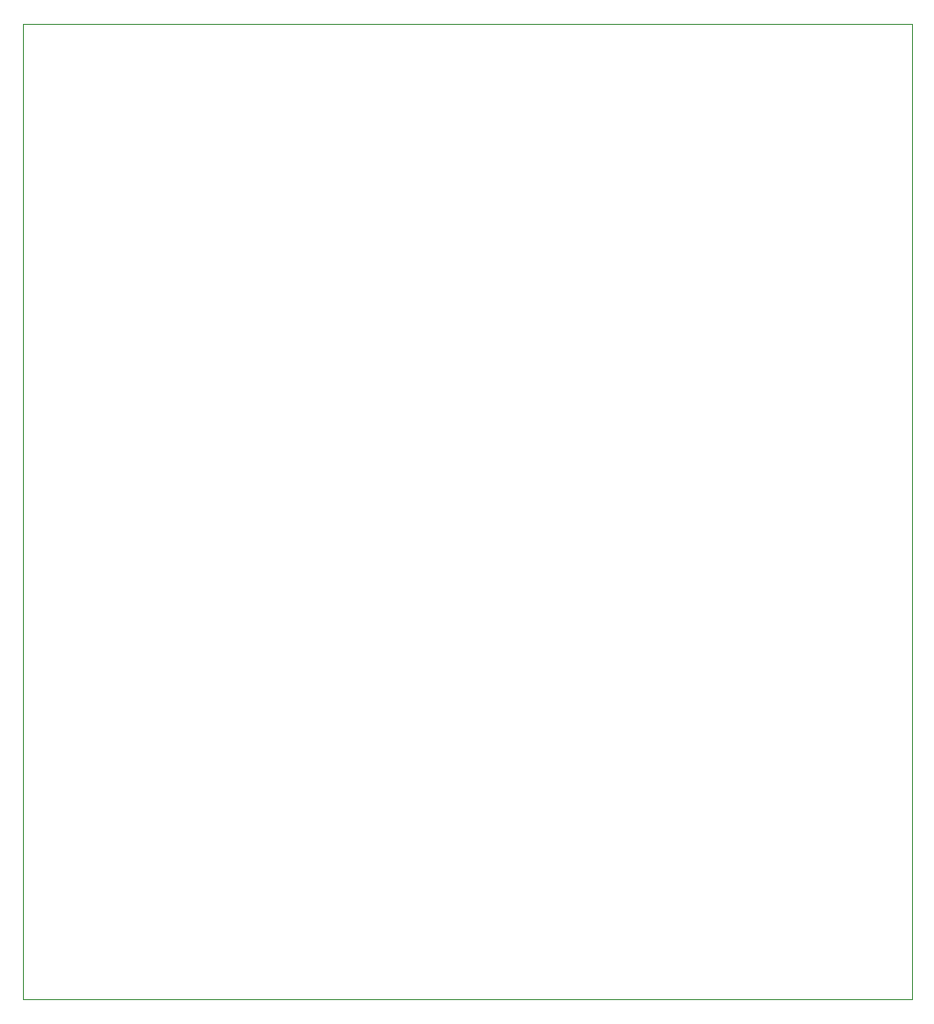
<source format=gbr>
%TF.GenerationSoftware,KiCad,Pcbnew,8.0.4*%
%TF.CreationDate,2024-11-30T00:07:58+09:00*%
%TF.ProjectId,radio_I2C,72616469-6f5f-4493-9243-2e6b69636164,rev?*%
%TF.SameCoordinates,Original*%
%TF.FileFunction,Profile,NP*%
%FSLAX46Y46*%
G04 Gerber Fmt 4.6, Leading zero omitted, Abs format (unit mm)*
G04 Created by KiCad (PCBNEW 8.0.4) date 2024-11-30 00:07:58*
%MOMM*%
%LPD*%
G01*
G04 APERTURE LIST*
%TA.AperFunction,Profile*%
%ADD10C,0.050000*%
%TD*%
G04 APERTURE END LIST*
D10*
X111760000Y-132080000D02*
X111760000Y-99060000D01*
X190500000Y-132080000D02*
X114300000Y-132080000D01*
X190500000Y-45720000D02*
X190500000Y-132080000D01*
X114300000Y-132080000D02*
X111760000Y-132080000D01*
X111760000Y-99060000D02*
X111760000Y-45720000D01*
X111760000Y-45720000D02*
X190500000Y-45720000D01*
M02*

</source>
